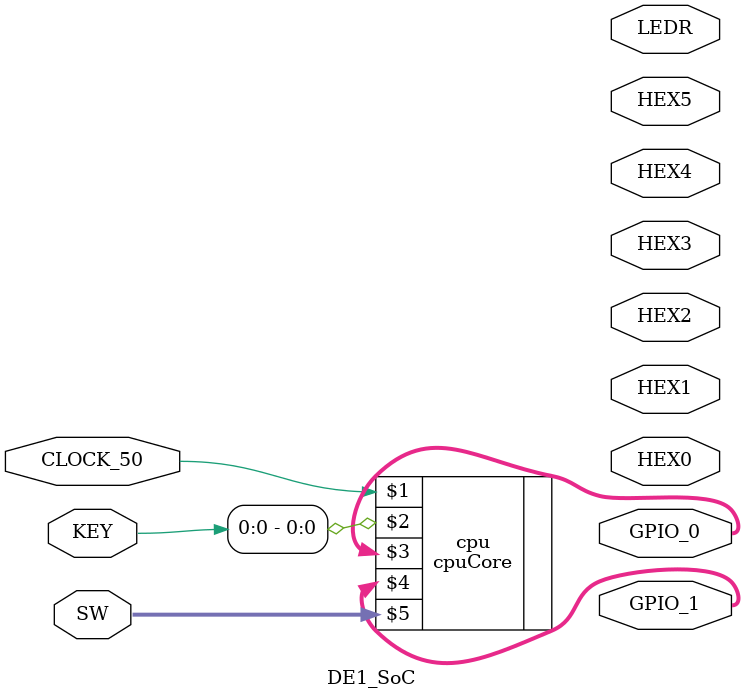
<source format=v>
module DE1_SoC (CLOCK_50, HEX0, HEX1, HEX2, HEX3, HEX4, HEX5, KEY, LEDR, SW, GPIO_0, GPIO_1); 
	output [6:0] HEX0, HEX1, HEX2, HEX3, HEX4, HEX5;
	output [9:0] LEDR;
	output [35:0] GPIO_0;
	output [35:0] GPIO_1;
	input [3:0] KEY;
	input [9:0] SW;
	input CLOCK_50;
	
	
	cpuCore cpu (CLOCK_50, KEY[0], GPIO_0, GPIO_1, SW);
endmodule

</source>
